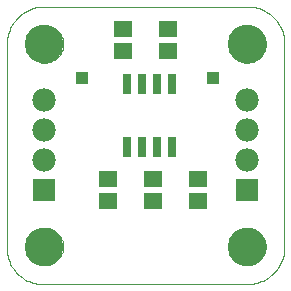
<source format=gts>
G75*
G70*
%OFA0B0*%
%FSLAX24Y24*%
%IPPOS*%
%LPD*%
%AMOC8*
5,1,8,0,0,1.08239X$1,22.5*
%
%ADD10C,0.0000*%
%ADD11C,0.1290*%
%ADD12R,0.0780X0.0780*%
%ADD13C,0.0780*%
%ADD14R,0.0276X0.0650*%
%ADD15R,0.0631X0.0552*%
%ADD16R,0.0396X0.0396*%
D10*
X000411Y001660D02*
X000409Y001594D01*
X000411Y001528D01*
X000417Y001462D01*
X000426Y001396D01*
X000439Y001331D01*
X000456Y001266D01*
X000476Y001203D01*
X000500Y001141D01*
X000527Y001081D01*
X000558Y001022D01*
X000592Y000964D01*
X000629Y000909D01*
X000669Y000856D01*
X000712Y000806D01*
X000757Y000757D01*
X000806Y000712D01*
X000856Y000669D01*
X000909Y000629D01*
X000964Y000592D01*
X001022Y000558D01*
X001081Y000527D01*
X001141Y000500D01*
X001203Y000476D01*
X001266Y000456D01*
X001331Y000439D01*
X001396Y000426D01*
X001462Y000417D01*
X001528Y000411D01*
X001594Y000409D01*
X001660Y000411D01*
X001660Y000410D02*
X008410Y000410D01*
X008478Y000412D01*
X008545Y000417D01*
X008612Y000426D01*
X008679Y000439D01*
X008744Y000456D01*
X008809Y000475D01*
X008873Y000499D01*
X008935Y000526D01*
X008996Y000556D01*
X009054Y000589D01*
X009111Y000625D01*
X009166Y000665D01*
X009219Y000707D01*
X009270Y000753D01*
X009317Y000800D01*
X009363Y000851D01*
X009405Y000904D01*
X009445Y000959D01*
X009481Y001016D01*
X009514Y001074D01*
X009544Y001135D01*
X009571Y001197D01*
X009595Y001261D01*
X009614Y001326D01*
X009631Y001391D01*
X009644Y001458D01*
X009653Y001525D01*
X009658Y001592D01*
X009660Y001660D01*
X009660Y008410D01*
X009658Y008478D01*
X009653Y008545D01*
X009644Y008612D01*
X009631Y008679D01*
X009614Y008744D01*
X009595Y008809D01*
X009571Y008873D01*
X009544Y008935D01*
X009514Y008996D01*
X009481Y009054D01*
X009445Y009111D01*
X009405Y009166D01*
X009363Y009219D01*
X009317Y009270D01*
X009270Y009317D01*
X009219Y009363D01*
X009166Y009405D01*
X009111Y009445D01*
X009054Y009481D01*
X008996Y009514D01*
X008935Y009544D01*
X008873Y009571D01*
X008809Y009595D01*
X008744Y009614D01*
X008679Y009631D01*
X008612Y009644D01*
X008545Y009653D01*
X008478Y009658D01*
X008410Y009660D01*
X001660Y009660D01*
X001035Y008410D02*
X001037Y008460D01*
X001043Y008509D01*
X001053Y008558D01*
X001066Y008605D01*
X001084Y008652D01*
X001105Y008697D01*
X001129Y008740D01*
X001157Y008781D01*
X001188Y008820D01*
X001222Y008856D01*
X001259Y008890D01*
X001299Y008920D01*
X001340Y008947D01*
X001384Y008971D01*
X001429Y008991D01*
X001476Y009007D01*
X001524Y009020D01*
X001573Y009029D01*
X001623Y009034D01*
X001672Y009035D01*
X001722Y009032D01*
X001771Y009025D01*
X001820Y009014D01*
X001867Y009000D01*
X001913Y008981D01*
X001958Y008959D01*
X002001Y008934D01*
X002041Y008905D01*
X002079Y008873D01*
X002115Y008839D01*
X002148Y008801D01*
X002177Y008761D01*
X002203Y008719D01*
X002226Y008675D01*
X002245Y008629D01*
X002261Y008582D01*
X002273Y008533D01*
X002281Y008484D01*
X002285Y008435D01*
X002285Y008385D01*
X002281Y008336D01*
X002273Y008287D01*
X002261Y008238D01*
X002245Y008191D01*
X002226Y008145D01*
X002203Y008101D01*
X002177Y008059D01*
X002148Y008019D01*
X002115Y007981D01*
X002079Y007947D01*
X002041Y007915D01*
X002001Y007886D01*
X001958Y007861D01*
X001913Y007839D01*
X001867Y007820D01*
X001820Y007806D01*
X001771Y007795D01*
X001722Y007788D01*
X001672Y007785D01*
X001623Y007786D01*
X001573Y007791D01*
X001524Y007800D01*
X001476Y007813D01*
X001429Y007829D01*
X001384Y007849D01*
X001340Y007873D01*
X001299Y007900D01*
X001259Y007930D01*
X001222Y007964D01*
X001188Y008000D01*
X001157Y008039D01*
X001129Y008080D01*
X001105Y008123D01*
X001084Y008168D01*
X001066Y008215D01*
X001053Y008262D01*
X001043Y008311D01*
X001037Y008360D01*
X001035Y008410D01*
X000410Y008410D02*
X000410Y001660D01*
X001035Y001660D02*
X001037Y001710D01*
X001043Y001759D01*
X001053Y001808D01*
X001066Y001855D01*
X001084Y001902D01*
X001105Y001947D01*
X001129Y001990D01*
X001157Y002031D01*
X001188Y002070D01*
X001222Y002106D01*
X001259Y002140D01*
X001299Y002170D01*
X001340Y002197D01*
X001384Y002221D01*
X001429Y002241D01*
X001476Y002257D01*
X001524Y002270D01*
X001573Y002279D01*
X001623Y002284D01*
X001672Y002285D01*
X001722Y002282D01*
X001771Y002275D01*
X001820Y002264D01*
X001867Y002250D01*
X001913Y002231D01*
X001958Y002209D01*
X002001Y002184D01*
X002041Y002155D01*
X002079Y002123D01*
X002115Y002089D01*
X002148Y002051D01*
X002177Y002011D01*
X002203Y001969D01*
X002226Y001925D01*
X002245Y001879D01*
X002261Y001832D01*
X002273Y001783D01*
X002281Y001734D01*
X002285Y001685D01*
X002285Y001635D01*
X002281Y001586D01*
X002273Y001537D01*
X002261Y001488D01*
X002245Y001441D01*
X002226Y001395D01*
X002203Y001351D01*
X002177Y001309D01*
X002148Y001269D01*
X002115Y001231D01*
X002079Y001197D01*
X002041Y001165D01*
X002001Y001136D01*
X001958Y001111D01*
X001913Y001089D01*
X001867Y001070D01*
X001820Y001056D01*
X001771Y001045D01*
X001722Y001038D01*
X001672Y001035D01*
X001623Y001036D01*
X001573Y001041D01*
X001524Y001050D01*
X001476Y001063D01*
X001429Y001079D01*
X001384Y001099D01*
X001340Y001123D01*
X001299Y001150D01*
X001259Y001180D01*
X001222Y001214D01*
X001188Y001250D01*
X001157Y001289D01*
X001129Y001330D01*
X001105Y001373D01*
X001084Y001418D01*
X001066Y001465D01*
X001053Y001512D01*
X001043Y001561D01*
X001037Y001610D01*
X001035Y001660D01*
X000410Y008410D02*
X000412Y008478D01*
X000417Y008545D01*
X000426Y008612D01*
X000439Y008679D01*
X000456Y008744D01*
X000475Y008809D01*
X000499Y008873D01*
X000526Y008935D01*
X000556Y008996D01*
X000589Y009054D01*
X000625Y009111D01*
X000665Y009166D01*
X000707Y009219D01*
X000753Y009270D01*
X000800Y009317D01*
X000851Y009363D01*
X000904Y009405D01*
X000959Y009445D01*
X001016Y009481D01*
X001074Y009514D01*
X001135Y009544D01*
X001197Y009571D01*
X001261Y009595D01*
X001326Y009614D01*
X001391Y009631D01*
X001458Y009644D01*
X001525Y009653D01*
X001592Y009658D01*
X001660Y009660D01*
X007785Y008410D02*
X007787Y008460D01*
X007793Y008509D01*
X007803Y008558D01*
X007816Y008605D01*
X007834Y008652D01*
X007855Y008697D01*
X007879Y008740D01*
X007907Y008781D01*
X007938Y008820D01*
X007972Y008856D01*
X008009Y008890D01*
X008049Y008920D01*
X008090Y008947D01*
X008134Y008971D01*
X008179Y008991D01*
X008226Y009007D01*
X008274Y009020D01*
X008323Y009029D01*
X008373Y009034D01*
X008422Y009035D01*
X008472Y009032D01*
X008521Y009025D01*
X008570Y009014D01*
X008617Y009000D01*
X008663Y008981D01*
X008708Y008959D01*
X008751Y008934D01*
X008791Y008905D01*
X008829Y008873D01*
X008865Y008839D01*
X008898Y008801D01*
X008927Y008761D01*
X008953Y008719D01*
X008976Y008675D01*
X008995Y008629D01*
X009011Y008582D01*
X009023Y008533D01*
X009031Y008484D01*
X009035Y008435D01*
X009035Y008385D01*
X009031Y008336D01*
X009023Y008287D01*
X009011Y008238D01*
X008995Y008191D01*
X008976Y008145D01*
X008953Y008101D01*
X008927Y008059D01*
X008898Y008019D01*
X008865Y007981D01*
X008829Y007947D01*
X008791Y007915D01*
X008751Y007886D01*
X008708Y007861D01*
X008663Y007839D01*
X008617Y007820D01*
X008570Y007806D01*
X008521Y007795D01*
X008472Y007788D01*
X008422Y007785D01*
X008373Y007786D01*
X008323Y007791D01*
X008274Y007800D01*
X008226Y007813D01*
X008179Y007829D01*
X008134Y007849D01*
X008090Y007873D01*
X008049Y007900D01*
X008009Y007930D01*
X007972Y007964D01*
X007938Y008000D01*
X007907Y008039D01*
X007879Y008080D01*
X007855Y008123D01*
X007834Y008168D01*
X007816Y008215D01*
X007803Y008262D01*
X007793Y008311D01*
X007787Y008360D01*
X007785Y008410D01*
X007785Y001660D02*
X007787Y001710D01*
X007793Y001759D01*
X007803Y001808D01*
X007816Y001855D01*
X007834Y001902D01*
X007855Y001947D01*
X007879Y001990D01*
X007907Y002031D01*
X007938Y002070D01*
X007972Y002106D01*
X008009Y002140D01*
X008049Y002170D01*
X008090Y002197D01*
X008134Y002221D01*
X008179Y002241D01*
X008226Y002257D01*
X008274Y002270D01*
X008323Y002279D01*
X008373Y002284D01*
X008422Y002285D01*
X008472Y002282D01*
X008521Y002275D01*
X008570Y002264D01*
X008617Y002250D01*
X008663Y002231D01*
X008708Y002209D01*
X008751Y002184D01*
X008791Y002155D01*
X008829Y002123D01*
X008865Y002089D01*
X008898Y002051D01*
X008927Y002011D01*
X008953Y001969D01*
X008976Y001925D01*
X008995Y001879D01*
X009011Y001832D01*
X009023Y001783D01*
X009031Y001734D01*
X009035Y001685D01*
X009035Y001635D01*
X009031Y001586D01*
X009023Y001537D01*
X009011Y001488D01*
X008995Y001441D01*
X008976Y001395D01*
X008953Y001351D01*
X008927Y001309D01*
X008898Y001269D01*
X008865Y001231D01*
X008829Y001197D01*
X008791Y001165D01*
X008751Y001136D01*
X008708Y001111D01*
X008663Y001089D01*
X008617Y001070D01*
X008570Y001056D01*
X008521Y001045D01*
X008472Y001038D01*
X008422Y001035D01*
X008373Y001036D01*
X008323Y001041D01*
X008274Y001050D01*
X008226Y001063D01*
X008179Y001079D01*
X008134Y001099D01*
X008090Y001123D01*
X008049Y001150D01*
X008009Y001180D01*
X007972Y001214D01*
X007938Y001250D01*
X007907Y001289D01*
X007879Y001330D01*
X007855Y001373D01*
X007834Y001418D01*
X007816Y001465D01*
X007803Y001512D01*
X007793Y001561D01*
X007787Y001610D01*
X007785Y001660D01*
D11*
X008410Y001660D03*
X008410Y008410D03*
X001660Y008410D03*
X001660Y001660D03*
D12*
X001660Y003535D03*
X008410Y003535D03*
D13*
X008410Y004535D03*
X008410Y005535D03*
X008410Y006535D03*
X001660Y006535D03*
X001660Y005535D03*
X001660Y004535D03*
D14*
X004410Y004968D03*
X004910Y004968D03*
X005410Y004968D03*
X005910Y004968D03*
X005910Y007094D03*
X005410Y007094D03*
X004910Y007094D03*
X004410Y007094D03*
D15*
X004285Y008161D03*
X004285Y008909D03*
X005785Y008909D03*
X005785Y008161D03*
X005285Y003909D03*
X005285Y003161D03*
X003785Y003161D03*
X003785Y003909D03*
X006785Y003909D03*
X006785Y003161D03*
D16*
X007285Y007285D03*
X002910Y007285D03*
M02*

</source>
